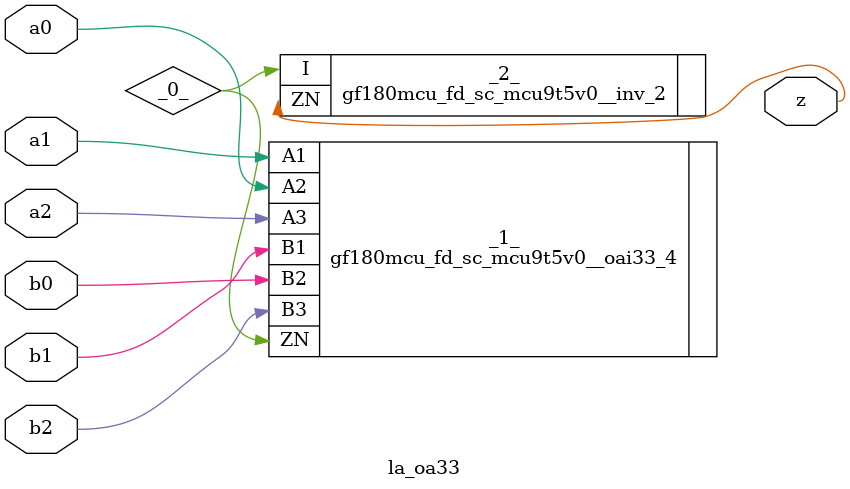
<source format=v>
/* Generated by Yosys 0.37 (git sha1 a5c7f69ed, clang 14.0.0-1ubuntu1.1 -fPIC -Os) */

module la_oa33(a0, a1, a2, b0, b1, b2, z);
  wire _0_;
  input a0;
  wire a0;
  input a1;
  wire a1;
  input a2;
  wire a2;
  input b0;
  wire b0;
  input b1;
  wire b1;
  input b2;
  wire b2;
  output z;
  wire z;
  gf180mcu_fd_sc_mcu9t5v0__oai33_4 _1_ (
    .A1(a1),
    .A2(a0),
    .A3(a2),
    .B1(b1),
    .B2(b0),
    .B3(b2),
    .ZN(_0_)
  );
  gf180mcu_fd_sc_mcu9t5v0__inv_2 _2_ (
    .I(_0_),
    .ZN(z)
  );
endmodule

</source>
